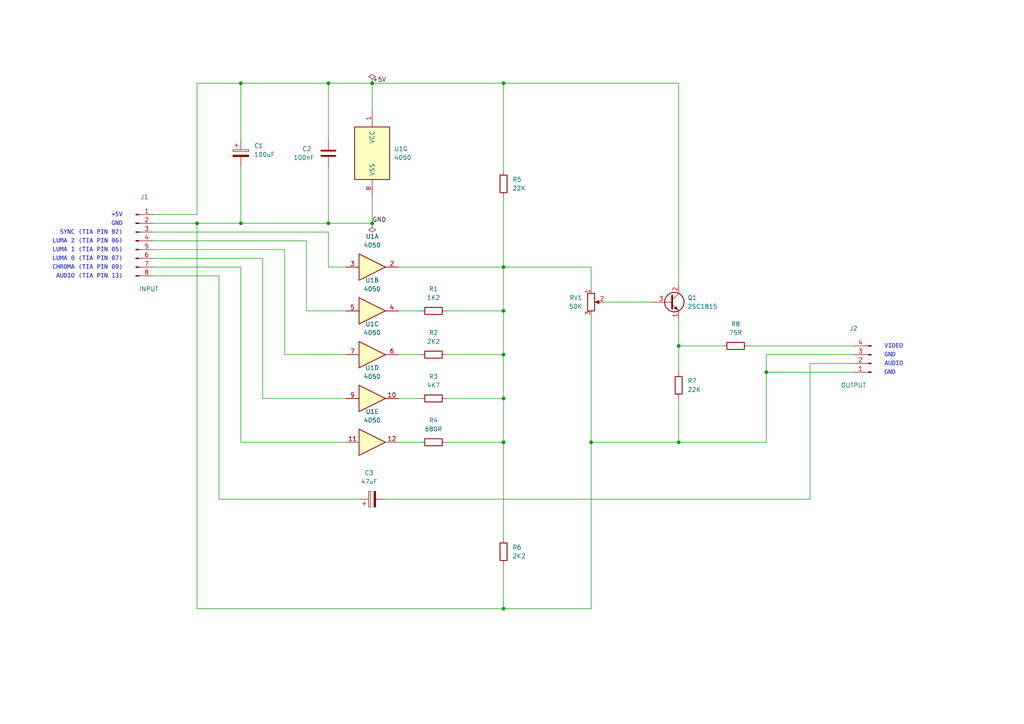
<source format=kicad_sch>
(kicad_sch (version 20230121) (generator eeschema)
  (paper "A4")
  (title_block (title "Atari 2600 AV MOD (PAL Version)") (date "2023-08-20") (rev "4") (comment 1 "nightfoxandco.com") (comment 2 "NightFox & Co") (comment 3 "Cesar Rincon"))
  (lib_symbols
    (symbol "4xxx:4050" (pin_names (offset 1.016))
      (property "Reference" "U" (at 0 1.27 0))
      (property "Value" "4050" (at 0 -1.27 0))
      (symbol "4050_1_0"
        (polyline (pts (xy -3.81 3.81) (xy -3.81 -3.81) (xy 3.81 0) (xy -3.81 3.81)) (stroke (width 0.254)) (fill (type background)))
        (pin output line (at 7.62 0 180) (length 3.81) (name "~") (number "2"))
        (pin input line (at -7.62 0 0) (length 3.81) (name "~") (number "3"))
      )
      (symbol "4050_2_0"
        (polyline (pts (xy -3.81 3.81) (xy -3.81 -3.81) (xy 3.81 0) (xy -3.81 3.81)) (stroke (width 0.254)) (fill (type background)))
        (pin output line (at 7.62 0 180) (length 3.81) (name "~") (number "4"))
        (pin input line (at -7.62 0 0) (length 3.81) (name "~") (number "5"))
      )
      (symbol "4050_3_0"
        (polyline (pts (xy -3.81 3.81) (xy -3.81 -3.81) (xy 3.81 0) (xy -3.81 3.81)) (stroke (width 0.254)) (fill (type background)))
        (pin output line (at 7.62 0 180) (length 3.81) (name "~") (number "6"))
        (pin input line (at -7.62 0 0) (length 3.81) (name "~") (number "7"))
      )
      (symbol "4050_4_0"
        (polyline (pts (xy -3.81 3.81) (xy -3.81 -3.81) (xy 3.81 0) (xy -3.81 3.81)) (stroke (width 0.254)) (fill (type background)))
        (pin output line (at 7.62 0 180) (length 3.81) (name "~") (number "10"))
        (pin input line (at -7.62 0 0) (length 3.81) (name "~") (number "9"))
      )
      (symbol "4050_5_0"
        (polyline (pts (xy -3.81 3.81) (xy -3.81 -3.81) (xy 3.81 0) (xy -3.81 3.81)) (stroke (width 0.254)) (fill (type background)))
        (pin input line (at -7.62 0 0) (length 3.81) (name "~") (number "11"))
        (pin output line (at 7.62 0 180) (length 3.81) (name "~") (number "12"))
      )
      (symbol "4050_6_0"
        (polyline (pts (xy -3.81 3.81) (xy -3.81 -3.81) (xy 3.81 0) (xy -3.81 3.81)) (stroke (width 0.254)) (fill (type background)))
        (pin input line (at -7.62 0 0) (length 3.81) (name "~") (number "14"))
        (pin output line (at 7.62 0 180) (length 3.81) (name "~") (number "15"))
      )
      (symbol "4050_7_0"
        (pin power_in line (at 0 12.7 270) (length 5.08) (name "VCC") (number "1"))
        (pin power_in line (at 0 -12.7 90) (length 5.08) (name "VSS") (number "8"))
      )
      (symbol "4050_7_1"
        (rectangle (start -5.08 7.62) (end 5.08 -7.62) (stroke (width 0.254)) (fill (type background)))
      )
    )
    (symbol "Connector:Conn_01x01_Pin" (pin_names (offset 1.016) hide)
      (property "Reference" "J" (at 0 2.54 0))
      (property "Value" "Conn_01x01_Pin" (at 0 -2.54 0))
      (symbol "Conn_01x01_Pin_1_1"
        (polyline (pts (xy 1.27 0) (xy 0.8636 0)) (stroke (width 0.1524)))
        (rectangle (start 0.8636 0.127) (end 0 -0.127) (stroke (width 0.1524)) (fill (type outline)))
        (pin passive line (at 5.08 0 180) (length 3.81) (name "Pin_1") (number "1"))
      )
    )
    (symbol "Connector:Conn_01x04_Pin" (pin_names (offset 1.016) hide)
      (property "Reference" "J" (at 0 5.08 0))
      (property "Value" "Conn_01x04_Pin" (at 0 -7.62 0))
      (symbol "Conn_01x04_Pin_1_1"
        (polyline (pts (xy 1.27 -5.08) (xy 0.8636 -5.08)) (stroke (width 0.1524)))
        (polyline (pts (xy 1.27 -2.54) (xy 0.8636 -2.54)) (stroke (width 0.1524)))
        (polyline (pts (xy 1.27 0) (xy 0.8636 0)) (stroke (width 0.1524)))
        (polyline (pts (xy 1.27 2.54) (xy 0.8636 2.54)) (stroke (width 0.1524)))
        (rectangle (start 0.8636 -4.953) (end 0 -5.207) (stroke (width 0.1524)) (fill (type outline)))
        (rectangle (start 0.8636 -2.413) (end 0 -2.667) (stroke (width 0.1524)) (fill (type outline)))
        (rectangle (start 0.8636 0.127) (end 0 -0.127) (stroke (width 0.1524)) (fill (type outline)))
        (rectangle (start 0.8636 2.667) (end 0 2.413) (stroke (width 0.1524)) (fill (type outline)))
        (pin passive line (at 5.08 2.54 180) (length 3.81) (name "Pin_1") (number "1"))
        (pin passive line (at 5.08 0 180) (length 3.81) (name "Pin_2") (number "2"))
        (pin passive line (at 5.08 -2.54 180) (length 3.81) (name "Pin_3") (number "3"))
        (pin passive line (at 5.08 -5.08 180) (length 3.81) (name "Pin_4") (number "4"))
      )
    )
    (symbol "Connector:Conn_01x08_Pin" (pin_names (offset 1.016) hide)
      (property "Reference" "J" (at 0 10.16 0))
      (property "Value" "Conn_01x08_Pin" (at 0 -12.7 0))
      (symbol "Conn_01x08_Pin_1_1"
        (polyline (pts (xy 1.27 -10.16) (xy 0.8636 -10.16)) (stroke (width 0.1524)))
        (polyline (pts (xy 1.27 -7.62) (xy 0.8636 -7.62)) (stroke (width 0.1524)))
        (polyline (pts (xy 1.27 -5.08) (xy 0.8636 -5.08)) (stroke (width 0.1524)))
        (polyline (pts (xy 1.27 -2.54) (xy 0.8636 -2.54)) (stroke (width 0.1524)))
        (polyline (pts (xy 1.27 0) (xy 0.8636 0)) (stroke (width 0.1524)))
        (polyline (pts (xy 1.27 2.54) (xy 0.8636 2.54)) (stroke (width 0.1524)))
        (polyline (pts (xy 1.27 5.08) (xy 0.8636 5.08)) (stroke (width 0.1524)))
        (polyline (pts (xy 1.27 7.62) (xy 0.8636 7.62)) (stroke (width 0.1524)))
        (rectangle (start 0.8636 -10.033) (end 0 -10.287) (stroke (width 0.1524)) (fill (type outline)))
        (rectangle (start 0.8636 -7.493) (end 0 -7.747) (stroke (width 0.1524)) (fill (type outline)))
        (rectangle (start 0.8636 -4.953) (end 0 -5.207) (stroke (width 0.1524)) (fill (type outline)))
        (rectangle (start 0.8636 -2.413) (end 0 -2.667) (stroke (width 0.1524)) (fill (type outline)))
        (rectangle (start 0.8636 0.127) (end 0 -0.127) (stroke (width 0.1524)) (fill (type outline)))
        (rectangle (start 0.8636 2.667) (end 0 2.413) (stroke (width 0.1524)) (fill (type outline)))
        (rectangle (start 0.8636 5.207) (end 0 4.953) (stroke (width 0.1524)) (fill (type outline)))
        (rectangle (start 0.8636 7.747) (end 0 7.493) (stroke (width 0.1524)) (fill (type outline)))
        (pin passive line (at 5.08 7.62 180) (length 3.81) (name "Pin_1") (number "1"))
        (pin passive line (at 5.08 5.08 180) (length 3.81) (name "Pin_2") (number "2"))
        (pin passive line (at 5.08 2.54 180) (length 3.81) (name "Pin_3") (number "3"))
        (pin passive line (at 5.08 0 180) (length 3.81) (name "Pin_4") (number "4"))
        (pin passive line (at 5.08 -2.54 180) (length 3.81) (name "Pin_5") (number "5"))
        (pin passive line (at 5.08 -5.08 180) (length 3.81) (name "Pin_6") (number "6"))
        (pin passive line (at 5.08 -7.62 180) (length 3.81) (name "Pin_7") (number "7"))
        (pin passive line (at 5.08 -10.16 180) (length 3.81) (name "Pin_8") (number "8"))
      )
    )
    (symbol "Device:C" (pin_numbers hide) (pin_names (offset 0.254))
      (property "Reference" "C" (at 0.635 2.54 0))
      (property "Value" "C" (at 0.635 -2.54 0))
      (symbol "C_0_1"
        (polyline (pts (xy -2.032 -0.762) (xy 2.032 -0.762)) (stroke (width 0.508)))
        (polyline (pts (xy -2.032 0.762) (xy 2.032 0.762)) (stroke (width 0.508)))
      )
      (symbol "C_1_1"
        (pin passive line (at 0 3.81 270) (length 2.794) (name "~") (number "1"))
        (pin passive line (at 0 -3.81 90) (length 2.794) (name "~") (number "2"))
      )
    )
    (symbol "Device:C_Polarized" (pin_numbers hide) (pin_names (offset 0.254))
      (property "Reference" "C" (at 0.635 2.54 0))
      (property "Value" "C_Polarized" (at 0.635 -2.54 0))
      (symbol "C_Polarized_0_1"
        (rectangle (start -2.286 0.508) (end 2.286 1.016))
        (polyline (pts (xy -1.778 2.286) (xy -0.762 2.286)))
        (polyline (pts (xy -1.27 2.794) (xy -1.27 1.778)))
        (rectangle (start 2.286 -0.508) (end -2.286 -1.016) (fill (type outline)))
      )
      (symbol "C_Polarized_1_1"
        (pin passive line (at 0 3.81 270) (length 2.794) (name "~") (number "1"))
        (pin passive line (at 0 -3.81 90) (length 2.794) (name "~") (number "2"))
      )
    )
    (symbol "Device:R" (pin_numbers hide) (pin_names (offset 0))
      (property "Reference" "R" (at 2.032 0 90))
      (property "Value" "R" (at 0 0 90))
      (symbol "R_0_1"
        (rectangle (start -1.016 -2.54) (end 1.016 2.54) (stroke (width 0.254)))
      )
      (symbol "R_1_1"
        (pin passive line (at 0 3.81 270) (length 1.27) (name "~") (number "1"))
        (pin passive line (at 0 -3.81 90) (length 1.27) (name "~") (number "2"))
      )
    )
    (symbol "Device:R_Potentiometer" (pin_names (offset 1.016) hide)
      (property "Reference" "RV" (at -4.445 0 90))
      (property "Value" "R_Potentiometer" (at -2.54 0 90))
      (symbol "R_Potentiometer_0_1"
        (polyline (pts (xy 2.54 0) (xy 1.524 0)))
        (polyline (pts (xy 1.143 0) (xy 2.286 0.508) (xy 2.286 -0.508) (xy 1.143 0)) (fill (type outline)))
        (rectangle (start 1.016 2.54) (end -1.016 -2.54) (stroke (width 0.254)))
      )
      (symbol "R_Potentiometer_1_1"
        (pin passive line (at 0 3.81 270) (length 1.27) (name "1") (number "1"))
        (pin passive line (at 3.81 0 180) (length 1.27) (name "2") (number "2"))
        (pin passive line (at 0 -3.81 90) (length 1.27) (name "3") (number "3"))
      )
    )
    (symbol "Transistor_BJT:2SC1815" (pin_names (offset 0) hide)
      (property "Reference" "Q" (at 5.08 1.905 0))
      (property "Value" "2SC1815" (at 5.08 0 0))
      (symbol "2SC1815_0_1"
        (polyline (pts (xy 0 0) (xy 0.508 0)))
        (polyline (pts (xy 0.635 0.635) (xy 2.54 2.54)))
        (polyline (pts (xy 0.635 -0.635) (xy 2.54 -2.54) (xy 2.54 -2.54)))
        (polyline (pts (xy 0.635 1.905) (xy 0.635 -1.905) (xy 0.635 -1.905)) (stroke (width 0.508)))
        (polyline (pts (xy 1.27 -1.778) (xy 1.778 -1.27) (xy 2.286 -2.286) (xy 1.27 -1.778) (xy 1.27 -1.778)) (fill (type outline)))
        (circle (center 1.27 0) (radius 2.8194) (stroke (width 0.254)))
      )
      (symbol "2SC1815_1_1"
        (pin passive line (at 2.54 -5.08 90) (length 2.54) (name "E") (number "1"))
        (pin passive line (at 2.54 5.08 270) (length 2.54) (name "C") (number "2"))
        (pin input line (at -5.08 0 0) (length 5.08) (name "B") (number "3"))
      )
    )
    (symbol "power:PWR_FLAG" (power) (pin_numbers hide) (pin_names (offset 0) hide)
      (property "Value" "PWR_FLAG" (at 0 3.81 0))
      (symbol "PWR_FLAG_0_0"
        (pin power_out line (at 0 0 90) (length 0) (name "pwr") (number "1"))
      )
      (symbol "PWR_FLAG_0_1"
        (polyline (pts (xy 0 0) (xy 0 1.27) (xy -1.016 1.905) (xy 0 2.54) (xy 1.016 1.905) (xy 0 1.27)))
      )
    )
  )
  (junction (at 95.25 24.13))
  (junction (at 196.85 128.27))
  (junction (at 95.25 64.77))
  (junction (at 146.05 90.17))
  (junction (at 146.05 176.53))
  (junction (at 57.15 64.77))
  (junction (at 146.05 102.87))
  (junction (at 146.05 77.47))
  (junction (at 146.05 128.27))
  (junction (at 196.85 100.33))
  (junction (at 69.85 64.77))
  (junction (at 171.45 128.27))
  (junction (at 146.05 115.57))
  (junction (at 69.85 24.13))
  (junction (at 107.95 24.13))
  (junction (at 222.25 107.95))
  (junction (at 146.05 24.13))
  (junction (at 107.95 64.77))
  (no_connect (at 360.68 63.5))
  (no_connect (at 370.84 25.4))
  (no_connect (at 360.68 76.2))
  (no_connect (at 360.68 38.1))
  (no_connect (at 360.68 50.8))
  (no_connect (at 355.6 25.4))
  (wire (pts (xy 222.25 107.95) (xy 247.65 107.95)))
  (wire (pts (xy 82.55 102.87) (xy 82.55 72.39)))
  (wire (pts (xy 146.05 77.47) (xy 146.05 90.17)))
  (wire (pts (xy 115.57 90.17) (xy 121.92 90.17)))
  (wire (pts (xy 217.17 100.33) (xy 247.65 100.33)))
  (wire (pts (xy 171.45 128.27) (xy 171.45 91.44)))
  (wire (pts (xy 115.57 102.87) (xy 121.92 102.87)))
  (wire (pts (xy 69.85 128.27) (xy 69.85 77.47)))
  (wire (pts (xy 69.85 48.26) (xy 69.85 64.77)))
  (wire (pts (xy 175.26 87.63) (xy 189.23 87.63)))
  (wire (pts (xy 196.85 100.33) (xy 209.55 100.33)))
  (wire (pts (xy 196.85 92.71) (xy 196.85 100.33)))
  (wire (pts (xy 95.25 67.31) (xy 95.25 77.47)))
  (wire (pts (xy 100.33 90.17) (xy 88.9 90.17)))
  (wire (pts (xy 146.05 128.27) (xy 129.54 128.27)))
  (wire (pts (xy 95.25 24.13) (xy 107.95 24.13)))
  (wire (pts (xy 44.45 67.31) (xy 95.25 67.31)))
  (wire (pts (xy 57.15 24.13) (xy 69.85 24.13)))
  (wire (pts (xy 146.05 57.15) (xy 146.05 77.47)))
  (wire (pts (xy 146.05 77.47) (xy 171.45 77.47)))
  (wire (pts (xy 115.57 128.27) (xy 121.92 128.27)))
  (wire (pts (xy 146.05 24.13) (xy 146.05 49.53)))
  (wire (pts (xy 107.95 24.13) (xy 107.95 31.75)))
  (wire (pts (xy 57.15 62.23) (xy 57.15 24.13)))
  (wire (pts (xy 76.2 74.93) (xy 44.45 74.93)))
  (wire (pts (xy 146.05 24.13) (xy 196.85 24.13)))
  (wire (pts (xy 129.54 115.57) (xy 146.05 115.57)))
  (wire (pts (xy 88.9 90.17) (xy 88.9 69.85)))
  (wire (pts (xy 146.05 115.57) (xy 146.05 128.27)))
  (wire (pts (xy 88.9 69.85) (xy 44.45 69.85)))
  (wire (pts (xy 171.45 77.47) (xy 171.45 83.82)))
  (wire (pts (xy 63.5 144.78) (xy 63.5 80.01)))
  (wire (pts (xy 196.85 128.27) (xy 196.85 115.57)))
  (wire (pts (xy 57.15 176.53) (xy 146.05 176.53)))
  (wire (pts (xy 171.45 128.27) (xy 196.85 128.27)))
  (wire (pts (xy 57.15 64.77) (xy 69.85 64.77)))
  (wire (pts (xy 146.05 90.17) (xy 146.05 102.87)))
  (wire (pts (xy 222.25 107.95) (xy 222.25 128.27)))
  (wire (pts (xy 111.76 144.78) (xy 234.95 144.78)))
  (wire (pts (xy 107.95 64.77) (xy 107.95 57.15)))
  (wire (pts (xy 107.95 24.13) (xy 146.05 24.13)))
  (wire (pts (xy 95.25 77.47) (xy 100.33 77.47)))
  (wire (pts (xy 63.5 80.01) (xy 44.45 80.01)))
  (wire (pts (xy 196.85 24.13) (xy 196.85 82.55)))
  (wire (pts (xy 222.25 102.87) (xy 222.25 107.95)))
  (wire (pts (xy 146.05 128.27) (xy 146.05 156.21)))
  (wire (pts (xy 95.25 64.77) (xy 107.95 64.77)))
  (wire (pts (xy 146.05 176.53) (xy 146.05 163.83)))
  (wire (pts (xy 115.57 77.47) (xy 146.05 77.47)))
  (wire (pts (xy 196.85 128.27) (xy 222.25 128.27)))
  (wire (pts (xy 82.55 72.39) (xy 44.45 72.39)))
  (wire (pts (xy 100.33 115.57) (xy 76.2 115.57)))
  (wire (pts (xy 69.85 24.13) (xy 69.85 40.64)))
  (wire (pts (xy 115.57 115.57) (xy 121.92 115.57)))
  (wire (pts (xy 171.45 176.53) (xy 171.45 128.27)))
  (wire (pts (xy 129.54 90.17) (xy 146.05 90.17)))
  (wire (pts (xy 100.33 102.87) (xy 82.55 102.87)))
  (wire (pts (xy 44.45 64.77) (xy 57.15 64.77)))
  (wire (pts (xy 146.05 176.53) (xy 171.45 176.53)))
  (wire (pts (xy 234.95 144.78) (xy 234.95 105.41)))
  (wire (pts (xy 234.95 105.41) (xy 247.65 105.41)))
  (wire (pts (xy 100.33 128.27) (xy 69.85 128.27)))
  (wire (pts (xy 95.25 48.26) (xy 95.25 64.77)))
  (wire (pts (xy 104.14 144.78) (xy 63.5 144.78)))
  (wire (pts (xy 44.45 62.23) (xy 57.15 62.23)))
  (wire (pts (xy 196.85 100.33) (xy 196.85 107.95)))
  (wire (pts (xy 69.85 24.13) (xy 95.25 24.13)))
  (wire (pts (xy 57.15 64.77) (xy 57.15 176.53)))
  (wire (pts (xy 129.54 102.87) (xy 146.05 102.87)))
  (wire (pts (xy 69.85 77.47) (xy 44.45 77.47)))
  (wire (pts (xy 95.25 24.13) (xy 95.25 40.64)))
  (wire (pts (xy 247.65 102.87) (xy 222.25 102.87)))
  (wire (pts (xy 69.85 64.77) (xy 95.25 64.77)))
  (wire (pts (xy 76.2 115.57) (xy 76.2 74.93)))
  (wire (pts (xy 146.05 102.87) (xy 146.05 115.57)))
  (text "LUMA 0 (TIA PIN 07)" (at 35.56 76.2 0) (effects (font (size 1.27 1.27)) (justify right bottom)))
  (text "+5V" (at 35.56 63.5 0) (effects (font (size 1.27 1.27)) (justify right bottom)))
  (text "SYNC (TIA PIN 02)" (at 35.56 68.58 0) (effects (font (size 1.27 1.27)) (justify right bottom)))
  (text "LUMA 1 (TIA PIN 05)" (at 35.56 73.66 0) (effects (font (size 1.27 1.27)) (justify right bottom)))
  (text "GND" (at 35.56 66.04 0) (effects (font (size 1.27 1.27)) (justify right bottom)))
  (text "AUDIO (TIA PIN 13)" (at 35.56 81.28 0) (effects (font (size 1.27 1.27)) (justify right bottom)))
  (text "CHROMA (TIA PIN 09)" (at 35.56 78.74 0) (effects (font (size 1.27 1.27)) (justify right bottom)))
  (text "GND" (at 256.54 109.22 0) (effects (font (size 1.27 1.27)) (justify left bottom)))
  (text "AUDIO" (at 256.54 106.68 0) (effects (font (size 1.27 1.27)) (justify left bottom)))
  (text "GND" (at 256.54 104.14 0) (effects (font (size 1.27 1.27)) (justify left bottom)))
  (text "VIDEO" (at 256.54 101.6 0) (effects (font (size 1.27 1.27)) (justify left bottom)))
  (text "LUMA 2 (TIA PIN 06)" (at 35.56 71.12 0) (effects (font (size 1.27 1.27)) (justify right bottom)))
  (label "GND" (at 107.95 64.77 0))
  (label "+5V" (at 107.95 24.13 0))
  (symbol (lib_id "4xxx:4050") (at 107.95 90.17 0) (unit 2)
    (property "Reference" "U1" (at 107.95 81.28 0))
    (property "Value" "4050" (at 107.95 83.82 0))
    (property "Footprint" "Package_DIP:DIP-16_W7.62mm_Socket" (effects hide))
    (property "Datasheet" "http://www.intersil.com/content/dam/intersil/documents/cd40/cd4050bms.pdf" (effects hide))
  )
  (symbol (lib_id "Connector:Conn_01x01_Pin") (at 355.6 38.1 0) (unit 1)
    (property "Reference" "J3" (at 356.235 33.02 0))
    (property "Value" "Conn_01x01_Pin" (at 356.235 35.56 0))
    (property "Footprint" "Connector_PinHeader_2.54mm:PinHeader_1x01_P2.54mm_Vertical" (effects hide))
  )
  (symbol (lib_id "Device:R") (at 125.73 102.87 90) (unit 1)
    (property "Reference" "R2" (at 125.73 96.52 90))
    (property "Value" "2K2" (at 125.73 99.06 90))
    (property "Footprint" "Resistor_THT:R_Axial_DIN0207_L6.3mm_D2.5mm_P2.54mm_Vertical" (effects hide))
  )
  (symbol (lib_id "4xxx:4050") (at 107.95 115.57 0) (unit 4)
    (property "Reference" "U1" (at 107.95 106.68 0))
    (property "Value" "4050" (at 107.95 109.22 0))
    (property "Footprint" "Package_DIP:DIP-16_W7.62mm_Socket" (effects hide))
    (property "Datasheet" "http://www.intersil.com/content/dam/intersil/documents/cd40/cd4050bms.pdf" (effects hide))
  )
  (symbol (lib_id "Device:R") (at 213.36 100.33 270) (unit 1)
    (property "Reference" "R8" (at 213.36 93.98 90))
    (property "Value" "75R" (at 213.36 96.52 90))
    (property "Footprint" "Resistor_THT:R_Axial_DIN0207_L6.3mm_D2.5mm_P2.54mm_Vertical" (effects hide))
  )
  (symbol (lib_id "Transistor_BJT:2SC1815") (at 194.31 87.63 0) (unit 1)
    (property "Reference" "Q1" (at 199.39 86.36 0) (effects (justify left)))
    (property "Value" "2SC1815" (at 199.39 88.9 0) (effects (justify left)))
    (property "Footprint" "Package_TO_SOT_THT:TO-92_Inline" (effects hide))
    (property "Datasheet" "https://media.digikey.com/pdf/Data%20Sheets/Toshiba%20PDFs/2SC1815.pdf" (effects hide))
  )
  (symbol (lib_id "Device:R") (at 146.05 53.34 180) (unit 1)
    (property "Reference" "R5" (at 148.59 52.07 0) (effects (justify right)))
    (property "Value" "22K" (at 148.59 54.61 0) (effects (justify right)))
    (property "Footprint" "Resistor_THT:R_Axial_DIN0207_L6.3mm_D2.5mm_P2.54mm_Vertical" (effects hide))
  )
  (symbol (lib_id "Device:R") (at 125.73 90.17 90) (unit 1)
    (property "Reference" "R1" (at 125.73 83.82 90))
    (property "Value" "1K2" (at 125.73 86.36 90))
    (property "Footprint" "Resistor_THT:R_Axial_DIN0207_L6.3mm_D2.5mm_P2.54mm_Vertical" (effects hide))
  )
  (symbol (lib_id "Device:R_Potentiometer") (at 171.45 87.63 0) (unit 1)
    (property "Reference" "RV1" (at 168.91 86.36 0) (effects (justify right)))
    (property "Value" "50K" (at 168.91 88.9 0) (effects (justify right)))
    (property "Footprint" "Potentiometer_THT:Potentiometer_Bourns_3266Y_Vertical" (effects hide))
  )
  (symbol (lib_id "Device:C_Polarized") (at 107.95 144.78 90) (unit 1)
    (property "Reference" "C3" (at 107.061 137.16 90))
    (property "Value" "47uF" (at 107.061 139.7 90))
    (property "Footprint" "Capacitor_THT:CP_Radial_D6.3mm_P2.50mm" (effects hide))
  )
  (symbol (lib_id "Device:R") (at 146.05 160.02 180) (unit 1)
    (property "Reference" "R6" (at 148.59 158.75 0) (effects (justify right)))
    (property "Value" "2K2" (at 148.59 161.29 0) (effects (justify right)))
    (property "Footprint" "Resistor_THT:R_Axial_DIN0207_L6.3mm_D2.5mm_P2.54mm_Vertical" (effects hide))
  )
  (symbol (lib_id "4xxx:4050") (at 363.22 25.4 0) (unit 6)
    (property "Reference" "U1" (at 363.22 16.51 0))
    (property "Value" "4050" (at 363.22 19.05 0))
    (property "Footprint" "Package_DIP:DIP-16_W7.62mm_Socket" (effects hide))
    (property "Datasheet" "http://www.intersil.com/content/dam/intersil/documents/cd40/cd4050bms.pdf" (effects hide))
  )
  (symbol (lib_id "Device:R") (at 125.73 128.27 90) (unit 1)
    (property "Reference" "R4" (at 125.73 121.92 90))
    (property "Value" "680R" (at 125.73 124.46 90))
    (property "Footprint" "Resistor_THT:R_Axial_DIN0207_L6.3mm_D2.5mm_P2.54mm_Vertical" (effects hide))
  )
  (symbol (lib_id "Connector:Conn_01x01_Pin") (at 355.6 76.2 0) (unit 1)
    (property "Reference" "J6" (at 356.235 71.12 0))
    (property "Value" "Conn_01x01_Pin" (at 356.235 73.66 0))
    (property "Footprint" "Connector_PinHeader_2.54mm:PinHeader_1x01_P2.54mm_Vertical" (effects hide))
  )
  (symbol (lib_id "Device:C_Polarized") (at 69.85 44.45 0) (unit 1)
    (property "Reference" "C1" (at 73.66 42.291 0) (effects (justify left)))
    (property "Value" "100uF" (at 73.66 44.831 0) (effects (justify left)))
    (property "Footprint" "Capacitor_THT:CP_Radial_D6.3mm_P2.50mm" (effects hide))
  )
  (symbol (lib_id "4xxx:4050") (at 107.95 44.45 0) (unit 7)
    (property "Reference" "U1" (at 114.3 43.18 0) (effects (justify left)))
    (property "Value" "4050" (at 114.3 45.72 0) (effects (justify left)))
    (property "Footprint" "Package_DIP:DIP-16_W7.62mm_Socket" (effects hide))
    (property "Datasheet" "http://www.intersil.com/content/dam/intersil/documents/cd40/cd4050bms.pdf" (effects hide))
  )
  (symbol (lib_id "Connector:Conn_01x08_Pin") (at 39.37 69.85 0) (unit 1)
    (property "Reference" "J1" (at 41.91 57.15 0))
    (property "Value" "INPUT" (at 43.18 83.82 0))
    (property "Footprint" "Connector_PinHeader_2.54mm:PinHeader_1x08_P2.54mm_Vertical" (effects hide))
  )
  (symbol (lib_id "Device:C") (at 95.25 44.45 0) (unit 1)
    (property "Reference" "C2" (at 87.63 43.18 0) (effects (justify left)))
    (property "Value" "100nF" (at 85.09 45.72 0) (effects (justify left)))
    (property "Footprint" "Capacitor_THT:C_Disc_D6.0mm_W2.5mm_P5.00mm" (effects hide))
  )
  (symbol (lib_id "Device:R") (at 196.85 111.76 180) (unit 1)
    (property "Reference" "R7" (at 199.39 110.49 0) (effects (justify right)))
    (property "Value" "22K" (at 199.39 113.03 0) (effects (justify right)))
    (property "Footprint" "Resistor_THT:R_Axial_DIN0207_L6.3mm_D2.5mm_P2.54mm_Vertical" (effects hide))
  )
  (symbol (lib_id "4xxx:4050") (at 107.95 128.27 0) (unit 5)
    (property "Reference" "U1" (at 107.95 119.38 0))
    (property "Value" "4050" (at 107.95 121.92 0))
    (property "Footprint" "Package_DIP:DIP-16_W7.62mm_Socket" (effects hide))
    (property "Datasheet" "http://www.intersil.com/content/dam/intersil/documents/cd40/cd4050bms.pdf" (effects hide))
  )
  (symbol (lib_id "Device:R") (at 125.73 115.57 90) (unit 1)
    (property "Reference" "R3" (at 125.73 109.22 90))
    (property "Value" "4K7" (at 125.73 111.76 90))
    (property "Footprint" "Resistor_THT:R_Axial_DIN0207_L6.3mm_D2.5mm_P2.54mm_Vertical" (effects hide))
  )
  (symbol (lib_id "Connector:Conn_01x04_Pin") (at 252.73 105.41 180) (unit 1)
    (property "Reference" "J2" (at 246.38 95.25 0) (effects (justify right)))
    (property "Value" "OUTPUT" (at 243.84 111.76 0) (effects (justify right)))
    (property "Footprint" "Connector_PinHeader_2.54mm:PinHeader_1x04_P2.54mm_Vertical" (effects hide))
  )
  (symbol (lib_id "Connector:Conn_01x01_Pin") (at 355.6 50.8 0) (unit 1)
    (property "Reference" "J4" (at 356.235 45.72 0))
    (property "Value" "Conn_01x01_Pin" (at 356.235 48.26 0))
    (property "Footprint" "Connector_PinHeader_2.54mm:PinHeader_1x01_P2.54mm_Vertical" (effects hide))
  )
  (symbol (lib_id "4xxx:4050") (at 107.95 102.87 0) (unit 3)
    (property "Reference" "U1" (at 107.95 93.98 0))
    (property "Value" "4050" (at 107.95 96.52 0))
    (property "Footprint" "Package_DIP:DIP-16_W7.62mm_Socket" (effects hide))
    (property "Datasheet" "http://www.intersil.com/content/dam/intersil/documents/cd40/cd4050bms.pdf" (effects hide))
  )
  (symbol (lib_id "4xxx:4050") (at 107.95 77.47 0) (unit 1)
    (property "Reference" "U1" (at 107.95 68.58 0))
    (property "Value" "4050" (at 107.95 71.12 0))
    (property "Footprint" "Package_DIP:DIP-16_W7.62mm_Socket" (effects hide))
    (property "Datasheet" "http://www.intersil.com/content/dam/intersil/documents/cd40/cd4050bms.pdf" (effects hide))
  )
  (symbol (lib_id "power:PWR_FLAG") (at 107.95 64.77 180) (unit 1)
    (property "Reference" "#FLG02" (effects hide))
    (property "Value" "PWR_FLAG" (effects hide))
  )
  (symbol (lib_id "Connector:Conn_01x01_Pin") (at 355.6 63.5 0) (unit 1)
    (property "Reference" "J5" (at 356.235 58.42 0))
    (property "Value" "Conn_01x01_Pin" (at 356.235 60.96 0))
    (property "Footprint" "Connector_PinHeader_2.54mm:PinHeader_1x01_P2.54mm_Vertical" (effects hide))
  )
  (symbol (lib_id "power:PWR_FLAG") (at 107.95 24.13 0) (unit 1)
    (property "Reference" "#FLG01" (effects hide))
    (property "Value" "PWR_FLAG" (effects hide))
  )
)
</source>
